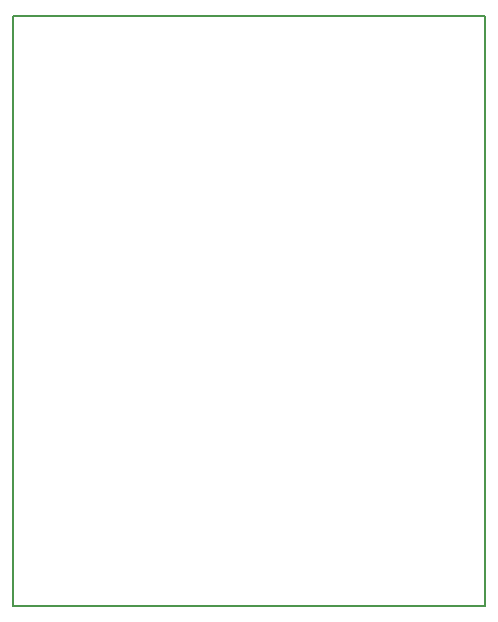
<source format=gbr>
G04 #@! TF.FileFunction,Profile,NP*
%FSLAX46Y46*%
G04 Gerber Fmt 4.6, Leading zero omitted, Abs format (unit mm)*
G04 Created by KiCad (PCBNEW 4.0.2-stable) date 2016/08/05 13:27:34*
%MOMM*%
G01*
G04 APERTURE LIST*
%ADD10C,0.100000*%
%ADD11C,0.150000*%
G04 APERTURE END LIST*
D10*
D11*
X130000000Y-55000000D02*
X170000000Y-55000000D01*
X130000000Y-105000000D02*
X130000000Y-55000000D01*
X170000000Y-105000000D02*
X130000000Y-105000000D01*
X170000000Y-55000000D02*
X170000000Y-105000000D01*
M02*

</source>
